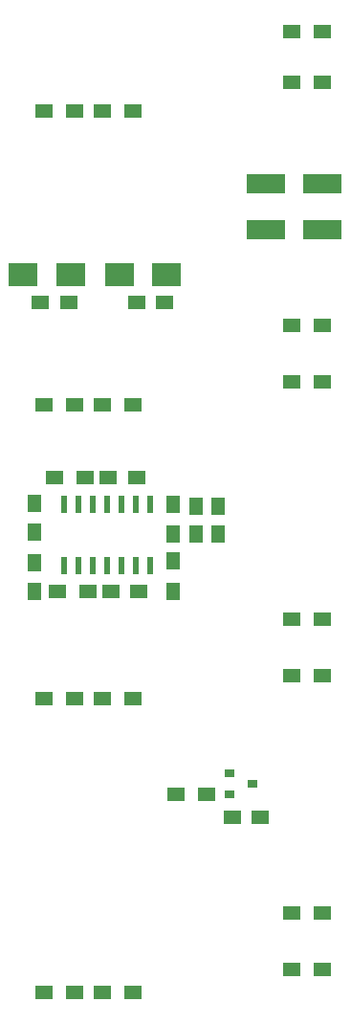
<source format=gbr>
G04 #@! TF.GenerationSoftware,KiCad,Pcbnew,(5.1.4)-1*
G04 #@! TF.CreationDate,2019-11-25T21:03:08-08:00*
G04 #@! TF.ProjectId,Attenuverter,41747465-6e75-4766-9572-7465722e6b69,rev?*
G04 #@! TF.SameCoordinates,Original*
G04 #@! TF.FileFunction,Paste,Bot*
G04 #@! TF.FilePolarity,Positive*
%FSLAX46Y46*%
G04 Gerber Fmt 4.6, Leading zero omitted, Abs format (unit mm)*
G04 Created by KiCad (PCBNEW (5.1.4)-1) date 2019-11-25 21:03:08*
%MOMM*%
%LPD*%
G04 APERTURE LIST*
%ADD10R,1.250000X1.500000*%
%ADD11R,1.500000X1.250000*%
%ADD12R,3.500000X1.800000*%
%ADD13R,2.650000X2.030000*%
%ADD14R,1.500000X1.300000*%
%ADD15R,1.300000X1.500000*%
%ADD16R,0.600000X1.500000*%
%ADD17R,0.900000X0.800000*%
G04 APERTURE END LIST*
D10*
X102500000Y-100250000D03*
X102500000Y-102750000D03*
X116750000Y-100500000D03*
X116750000Y-103000000D03*
X118750000Y-103000000D03*
X118750000Y-100500000D03*
D11*
X120000000Y-128000000D03*
X122500000Y-128000000D03*
X105500000Y-82500000D03*
X103000000Y-82500000D03*
X109000000Y-98000000D03*
X111500000Y-98000000D03*
D10*
X102500000Y-108000000D03*
X102500000Y-105500000D03*
D11*
X111500000Y-82500000D03*
X114000000Y-82500000D03*
X111750000Y-108000000D03*
X109250000Y-108000000D03*
D12*
X128000000Y-76000000D03*
X123000000Y-76000000D03*
X128000000Y-72000000D03*
X123000000Y-72000000D03*
D13*
X101500000Y-80000000D03*
X105680000Y-80000000D03*
X110000000Y-80000000D03*
X114180000Y-80000000D03*
D14*
X104300000Y-98000000D03*
X107000000Y-98000000D03*
X125300000Y-58500000D03*
X128000000Y-58500000D03*
X128000000Y-63000000D03*
X125300000Y-63000000D03*
X108500000Y-65500000D03*
X111200000Y-65500000D03*
X103300000Y-65500000D03*
X106000000Y-65500000D03*
D15*
X114750000Y-100300000D03*
X114750000Y-103000000D03*
D14*
X125300000Y-84500000D03*
X128000000Y-84500000D03*
X128000000Y-89500000D03*
X125300000Y-89500000D03*
X108500000Y-91500000D03*
X111200000Y-91500000D03*
X103300000Y-91500000D03*
X106000000Y-91500000D03*
X117750000Y-126000000D03*
X115050000Y-126000000D03*
D15*
X114750000Y-108000000D03*
X114750000Y-105300000D03*
D14*
X125300000Y-110500000D03*
X128000000Y-110500000D03*
X128000000Y-115500000D03*
X125300000Y-115500000D03*
X108500000Y-117500000D03*
X111200000Y-117500000D03*
X103300000Y-117500000D03*
X106000000Y-117500000D03*
X104500000Y-108000000D03*
X107200000Y-108000000D03*
X125300000Y-136500000D03*
X128000000Y-136500000D03*
X128000000Y-141500000D03*
X125300000Y-141500000D03*
X108500000Y-143500000D03*
X111200000Y-143500000D03*
X103300000Y-143500000D03*
X106000000Y-143500000D03*
D16*
X105130000Y-100350000D03*
X106400000Y-100350000D03*
X107670000Y-100350000D03*
X108940000Y-100350000D03*
X110210000Y-100350000D03*
X111480000Y-100350000D03*
X112750000Y-100350000D03*
X112750000Y-105750000D03*
X111480000Y-105750000D03*
X110210000Y-105750000D03*
X108940000Y-105750000D03*
X107670000Y-105750000D03*
X106400000Y-105750000D03*
X105130000Y-105750000D03*
D17*
X119750000Y-126000000D03*
X119750000Y-124100000D03*
X121750000Y-125050000D03*
M02*

</source>
